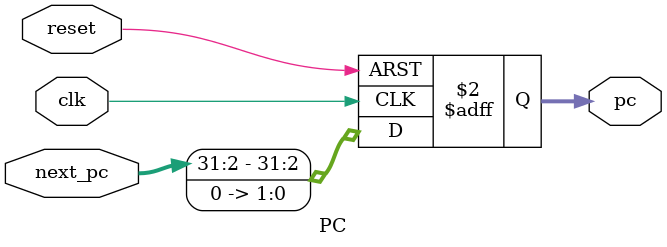
<source format=sv>
module PC (
   input logic clk, reset,
   input logic [31:0] next_pc,
   output logic [31:0] pc
);
   always_ff @(posedge clk or posedge reset) begin
      if (reset)
         pc <= 32'h00000000;
      else
         pc <= {next_pc[31:2], 2'b00};  // Word-aligned
   end
endmodule

</source>
